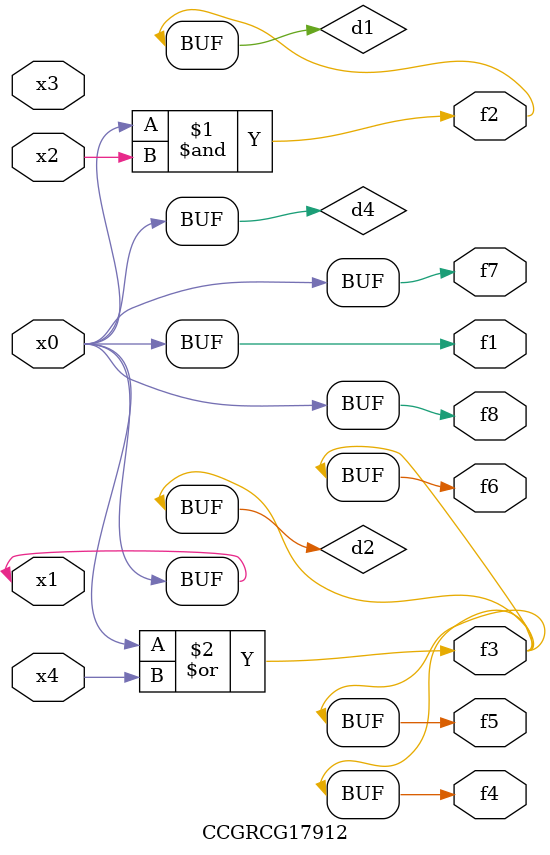
<source format=v>
module CCGRCG17912(
	input x0, x1, x2, x3, x4,
	output f1, f2, f3, f4, f5, f6, f7, f8
);

	wire d1, d2, d3, d4;

	and (d1, x0, x2);
	or (d2, x0, x4);
	nand (d3, x0, x2);
	buf (d4, x0, x1);
	assign f1 = d4;
	assign f2 = d1;
	assign f3 = d2;
	assign f4 = d2;
	assign f5 = d2;
	assign f6 = d2;
	assign f7 = d4;
	assign f8 = d4;
endmodule

</source>
